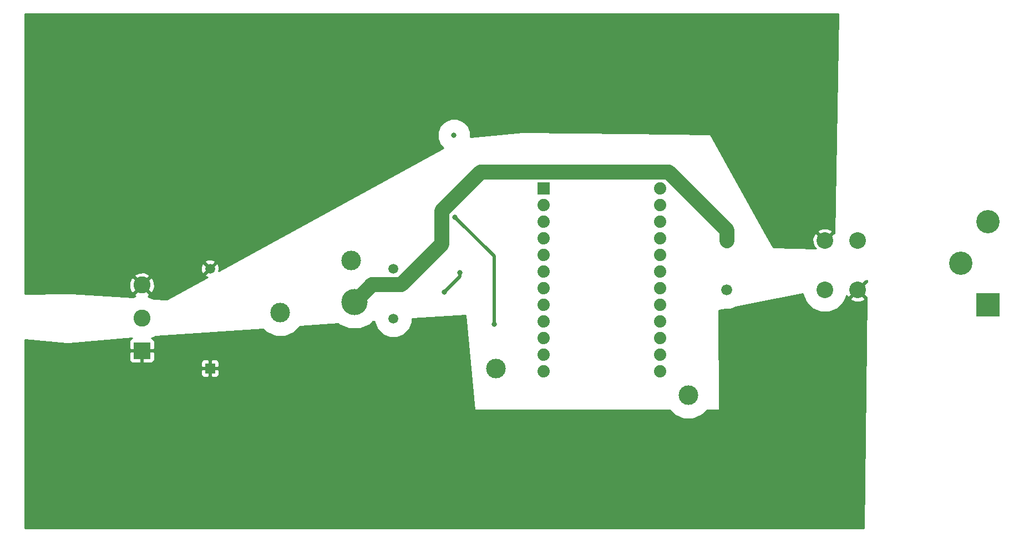
<source format=gbr>
G04 #@! TF.GenerationSoftware,KiCad,Pcbnew,5.0.2-bee76a0~70~ubuntu18.04.1*
G04 #@! TF.CreationDate,2019-04-07T15:27:48-07:00*
G04 #@! TF.ProjectId,smartplug,736d6172-7470-46c7-9567-2e6b69636164,rev?*
G04 #@! TF.SameCoordinates,Original*
G04 #@! TF.FileFunction,Copper,L2,Bot*
G04 #@! TF.FilePolarity,Positive*
%FSLAX46Y46*%
G04 Gerber Fmt 4.6, Leading zero omitted, Abs format (unit mm)*
G04 Created by KiCad (PCBNEW 5.0.2-bee76a0~70~ubuntu18.04.1) date Sun 07 Apr 2019 03:27:48 PM PDT*
%MOMM*%
%LPD*%
G01*
G04 APERTURE LIST*
G04 #@! TA.AperFunction,ComponentPad*
%ADD10R,2.600000X2.600000*%
G04 #@! TD*
G04 #@! TA.AperFunction,ComponentPad*
%ADD11C,2.600000*%
G04 #@! TD*
G04 #@! TA.AperFunction,ComponentPad*
%ADD12R,3.556000X3.556000*%
G04 #@! TD*
G04 #@! TA.AperFunction,ComponentPad*
%ADD13C,3.556000*%
G04 #@! TD*
G04 #@! TA.AperFunction,ComponentPad*
%ADD14C,1.676400*%
G04 #@! TD*
G04 #@! TA.AperFunction,ComponentPad*
%ADD15C,2.540000*%
G04 #@! TD*
G04 #@! TA.AperFunction,ComponentPad*
%ADD16C,1.508000*%
G04 #@! TD*
G04 #@! TA.AperFunction,ComponentPad*
%ADD17R,1.508000X1.508000*%
G04 #@! TD*
G04 #@! TA.AperFunction,ComponentPad*
%ADD18C,1.879600*%
G04 #@! TD*
G04 #@! TA.AperFunction,ComponentPad*
%ADD19R,1.879600X1.879600*%
G04 #@! TD*
G04 #@! TA.AperFunction,ViaPad*
%ADD20C,3.000000*%
G04 #@! TD*
G04 #@! TA.AperFunction,ViaPad*
%ADD21C,4.000000*%
G04 #@! TD*
G04 #@! TA.AperFunction,ViaPad*
%ADD22C,0.800000*%
G04 #@! TD*
G04 #@! TA.AperFunction,ViaPad*
%ADD23C,5.000000*%
G04 #@! TD*
G04 #@! TA.AperFunction,Conductor*
%ADD24C,2.300000*%
G04 #@! TD*
G04 #@! TA.AperFunction,Conductor*
%ADD25C,0.500000*%
G04 #@! TD*
G04 #@! TA.AperFunction,Conductor*
%ADD26C,0.254000*%
G04 #@! TD*
G04 APERTURE END LIST*
D10*
G04 #@! TO.P,J1,1*
G04 #@! TO.N,/VAC+*
X109000000Y-106650000D03*
D11*
G04 #@! TO.P,J1,2*
G04 #@! TO.N,GND*
X109000000Y-101650000D03*
G04 #@! TO.P,J1,3*
G04 #@! TO.N,/VAC-*
X109000000Y-96650000D03*
G04 #@! TD*
D12*
G04 #@! TO.P,J2,1*
G04 #@! TO.N,Net-(J2-Pad1)*
X238160000Y-99700000D03*
D13*
G04 #@! TO.P,J2,3*
G04 #@! TO.N,Net-(J2-Pad3)*
X238160000Y-87000000D03*
G04 #@! TO.P,J2,2*
G04 #@! TO.N,GND*
X233970000Y-93350000D03*
G04 #@! TD*
D14*
G04 #@! TO.P,K1,1*
G04 #@! TO.N,Net-(K1-Pad1)*
X198250000Y-97350000D03*
G04 #@! TO.P,K1,2*
G04 #@! TO.N,/12VDC*
X198250000Y-89850000D03*
D15*
G04 #@! TO.P,K1,3*
G04 #@! TO.N,/VAC+*
X218250000Y-97350000D03*
G04 #@! TO.P,K1,4*
G04 #@! TO.N,Net-(J2-Pad1)*
X213250000Y-97350000D03*
G04 #@! TO.P,K1,5*
G04 #@! TO.N,/VAC-*
X213250000Y-89850000D03*
G04 #@! TO.P,K1,6*
G04 #@! TO.N,Net-(J2-Pad3)*
X218250000Y-89850000D03*
G04 #@! TD*
D16*
G04 #@! TO.P,U1,2*
G04 #@! TO.N,/VAC-*
X119400000Y-94130000D03*
D17*
G04 #@! TO.P,U1,1*
G04 #@! TO.N,/VAC+*
X119400000Y-109370000D03*
D16*
G04 #@! TO.P,U1,3*
G04 #@! TO.N,GND*
X147400000Y-94130000D03*
G04 #@! TO.P,U1,4*
G04 #@! TO.N,/12VDC*
X147400000Y-101750000D03*
G04 #@! TD*
D18*
G04 #@! TO.P,U3,12*
G04 #@! TO.N,Net-(U3-Pad12)*
X170350000Y-109850000D03*
G04 #@! TO.P,U3,11*
G04 #@! TO.N,Net-(U3-Pad11)*
X170350000Y-107310000D03*
G04 #@! TO.P,U3,10*
G04 #@! TO.N,Net-(U3-Pad10)*
X170350000Y-104770000D03*
G04 #@! TO.P,U3,9*
G04 #@! TO.N,Net-(U3-Pad9)*
X170350000Y-102230000D03*
G04 #@! TO.P,U3,8*
G04 #@! TO.N,Net-(U3-Pad8)*
X170350000Y-99690000D03*
G04 #@! TO.P,U3,7*
G04 #@! TO.N,Net-(U3-Pad7)*
X170350000Y-97150000D03*
G04 #@! TO.P,U3,6*
G04 #@! TO.N,Net-(U3-Pad6)*
X170350000Y-94610000D03*
G04 #@! TO.P,U3,5*
G04 #@! TO.N,Net-(U3-Pad5)*
X170350000Y-92070000D03*
G04 #@! TO.P,U3,4*
G04 #@! TO.N,Net-(U3-Pad4)*
X170350000Y-89530000D03*
G04 #@! TO.P,U3,3*
G04 #@! TO.N,Net-(U3-Pad3)*
X170350000Y-86990000D03*
G04 #@! TO.P,U3,2*
G04 #@! TO.N,GND*
X170350000Y-84450000D03*
D19*
G04 #@! TO.P,U3,1*
G04 #@! TO.N,/5VDC*
X170350000Y-81910000D03*
D18*
G04 #@! TO.P,U3,13*
G04 #@! TO.N,Net-(U3-Pad13)*
X188130000Y-109850000D03*
G04 #@! TO.P,U3,14*
G04 #@! TO.N,Net-(U3-Pad14)*
X188130000Y-107310000D03*
G04 #@! TO.P,U3,15*
G04 #@! TO.N,Net-(U3-Pad15)*
X188130000Y-104770000D03*
G04 #@! TO.P,U3,16*
G04 #@! TO.N,Net-(U3-Pad16)*
X188130000Y-102230000D03*
G04 #@! TO.P,U3,17*
G04 #@! TO.N,Net-(U3-Pad17)*
X188130000Y-99690000D03*
G04 #@! TO.P,U3,18*
G04 #@! TO.N,Net-(U3-Pad18)*
X188130000Y-97150000D03*
G04 #@! TO.P,U3,19*
G04 #@! TO.N,Net-(U3-Pad19)*
X188130000Y-94610000D03*
G04 #@! TO.P,U3,20*
G04 #@! TO.N,Net-(D2-Pad2)*
X188130000Y-92070000D03*
G04 #@! TO.P,U3,21*
G04 #@! TO.N,N/C*
X188130000Y-89530000D03*
G04 #@! TO.P,U3,22*
G04 #@! TO.N,Net-(U3-Pad22)*
X188130000Y-86990000D03*
G04 #@! TO.P,U3,23*
G04 #@! TO.N,Net-(U3-Pad23)*
X188130000Y-84450000D03*
G04 #@! TO.P,U3,24*
G04 #@! TO.N,Net-(U3-Pad24)*
X188130000Y-81910000D03*
G04 #@! TD*
D20*
G04 #@! TO.N,GND*
X130150000Y-100850000D03*
X140950000Y-92850000D03*
X163050000Y-109400000D03*
X192400000Y-113450000D03*
D21*
G04 #@! TO.N,/12VDC*
X141450000Y-99200000D03*
D22*
G04 #@! TO.N,Net-(C2-Pad2)*
X155150000Y-97700000D03*
X157500000Y-94750000D03*
G04 #@! TO.N,/5VDC*
X162750000Y-102600000D03*
X156800000Y-86250000D03*
X156650000Y-73750000D03*
D23*
G04 #@! TO.N,/VAC-*
X95900000Y-91700000D03*
G04 #@! TO.N,/VAC+*
X95750000Y-110550000D03*
G04 #@! TD*
D24*
G04 #@! TO.N,/12VDC*
X198250000Y-88197094D02*
X198250000Y-88664607D01*
X189373105Y-79320199D02*
X198250000Y-88197094D01*
X160695799Y-79320199D02*
X189373105Y-79320199D01*
X198250000Y-88664607D02*
X198250000Y-89850000D01*
X154749999Y-85265999D02*
X160695799Y-79320199D01*
X154749999Y-90337923D02*
X154749999Y-85265999D01*
X148553921Y-96534001D02*
X154749999Y-90337923D01*
X144115999Y-96534001D02*
X148553921Y-96534001D01*
X141450000Y-99200000D02*
X144115999Y-96534001D01*
D25*
G04 #@! TO.N,Net-(C2-Pad2)*
X157500000Y-95350000D02*
X155150000Y-97700000D01*
X157500000Y-94750000D02*
X157500000Y-95350000D01*
G04 #@! TO.N,/5VDC*
X162750000Y-92200000D02*
X156800000Y-86250000D01*
X162750000Y-102600000D02*
X162750000Y-92200000D01*
G04 #@! TD*
D26*
G04 #@! TO.N,/VAC-*
G36*
X214712824Y-88733208D02*
X214597777Y-88681828D01*
X213429605Y-89850000D01*
X213443748Y-89864143D01*
X213264143Y-90043748D01*
X213250000Y-90029605D01*
X213235858Y-90043748D01*
X213056253Y-89864143D01*
X213070395Y-89850000D01*
X211902223Y-88681828D01*
X211607343Y-88813520D01*
X211335739Y-89521036D01*
X211355564Y-90278632D01*
X211607343Y-90886480D01*
X211887639Y-91011659D01*
X205375637Y-90874564D01*
X204059194Y-88502223D01*
X212081828Y-88502223D01*
X213250000Y-89670395D01*
X214418172Y-88502223D01*
X214286480Y-88207343D01*
X213578964Y-87935739D01*
X212821368Y-87955564D01*
X212213520Y-88207343D01*
X212081828Y-88502223D01*
X204059194Y-88502223D01*
X195811048Y-73638378D01*
X195779013Y-73600572D01*
X195734950Y-73577904D01*
X195702048Y-73573017D01*
X183302048Y-73373017D01*
X183300784Y-73373002D01*
X167100784Y-73273002D01*
X167088038Y-73273565D01*
X159177000Y-74022056D01*
X159177000Y-73247348D01*
X158792287Y-72318569D01*
X158081431Y-71607713D01*
X157152652Y-71223000D01*
X156147348Y-71223000D01*
X155218569Y-71607713D01*
X154507713Y-72318569D01*
X154123000Y-73247348D01*
X154123000Y-74252652D01*
X154507713Y-75181431D01*
X155022382Y-75696100D01*
X120743118Y-94498800D01*
X120801181Y-94335786D01*
X120773273Y-93783912D01*
X120615772Y-93403671D01*
X120374416Y-93335189D01*
X119579605Y-94130000D01*
X119593748Y-94144143D01*
X119414143Y-94323748D01*
X119400000Y-94309605D01*
X118605189Y-95104416D01*
X118673671Y-95345772D01*
X118992176Y-95459218D01*
X112852803Y-98826758D01*
X110817085Y-98693304D01*
X109982102Y-98347442D01*
X110054496Y-98317455D01*
X110189854Y-98019459D01*
X109000000Y-96829605D01*
X107810146Y-98019459D01*
X107945504Y-98317455D01*
X108020540Y-98346348D01*
X107679493Y-98487614D01*
X98308308Y-97873272D01*
X98294991Y-97873099D01*
X97346666Y-97910533D01*
X91202000Y-97992462D01*
X91202000Y-96313880D01*
X107055934Y-96313880D01*
X107075290Y-97083427D01*
X107332545Y-97704496D01*
X107630541Y-97839854D01*
X108820395Y-96650000D01*
X109179605Y-96650000D01*
X110369459Y-97839854D01*
X110667455Y-97704496D01*
X110944066Y-96986120D01*
X110924710Y-96216573D01*
X110667455Y-95595504D01*
X110369459Y-95460146D01*
X109179605Y-96650000D01*
X108820395Y-96650000D01*
X107630541Y-95460146D01*
X107332545Y-95595504D01*
X107055934Y-96313880D01*
X91202000Y-96313880D01*
X91202000Y-95280541D01*
X107810146Y-95280541D01*
X109000000Y-96470395D01*
X110189854Y-95280541D01*
X110054496Y-94982545D01*
X109336120Y-94705934D01*
X108566573Y-94725290D01*
X107945504Y-94982545D01*
X107810146Y-95280541D01*
X91202000Y-95280541D01*
X91202000Y-93924214D01*
X117998819Y-93924214D01*
X118026727Y-94476088D01*
X118184228Y-94856329D01*
X118425584Y-94924811D01*
X119220395Y-94130000D01*
X118425584Y-93335189D01*
X118184228Y-93403671D01*
X117998819Y-93924214D01*
X91202000Y-93924214D01*
X91202000Y-93155584D01*
X118605189Y-93155584D01*
X119400000Y-93950395D01*
X120194811Y-93155584D01*
X120126329Y-92914228D01*
X119605786Y-92728819D01*
X119053912Y-92756727D01*
X118673671Y-92914228D01*
X118605189Y-93155584D01*
X91202000Y-93155584D01*
X91202000Y-55202000D01*
X215254378Y-55202000D01*
X214712824Y-88733208D01*
X214712824Y-88733208D01*
G37*
X214712824Y-88733208D02*
X214597777Y-88681828D01*
X213429605Y-89850000D01*
X213443748Y-89864143D01*
X213264143Y-90043748D01*
X213250000Y-90029605D01*
X213235858Y-90043748D01*
X213056253Y-89864143D01*
X213070395Y-89850000D01*
X211902223Y-88681828D01*
X211607343Y-88813520D01*
X211335739Y-89521036D01*
X211355564Y-90278632D01*
X211607343Y-90886480D01*
X211887639Y-91011659D01*
X205375637Y-90874564D01*
X204059194Y-88502223D01*
X212081828Y-88502223D01*
X213250000Y-89670395D01*
X214418172Y-88502223D01*
X214286480Y-88207343D01*
X213578964Y-87935739D01*
X212821368Y-87955564D01*
X212213520Y-88207343D01*
X212081828Y-88502223D01*
X204059194Y-88502223D01*
X195811048Y-73638378D01*
X195779013Y-73600572D01*
X195734950Y-73577904D01*
X195702048Y-73573017D01*
X183302048Y-73373017D01*
X183300784Y-73373002D01*
X167100784Y-73273002D01*
X167088038Y-73273565D01*
X159177000Y-74022056D01*
X159177000Y-73247348D01*
X158792287Y-72318569D01*
X158081431Y-71607713D01*
X157152652Y-71223000D01*
X156147348Y-71223000D01*
X155218569Y-71607713D01*
X154507713Y-72318569D01*
X154123000Y-73247348D01*
X154123000Y-74252652D01*
X154507713Y-75181431D01*
X155022382Y-75696100D01*
X120743118Y-94498800D01*
X120801181Y-94335786D01*
X120773273Y-93783912D01*
X120615772Y-93403671D01*
X120374416Y-93335189D01*
X119579605Y-94130000D01*
X119593748Y-94144143D01*
X119414143Y-94323748D01*
X119400000Y-94309605D01*
X118605189Y-95104416D01*
X118673671Y-95345772D01*
X118992176Y-95459218D01*
X112852803Y-98826758D01*
X110817085Y-98693304D01*
X109982102Y-98347442D01*
X110054496Y-98317455D01*
X110189854Y-98019459D01*
X109000000Y-96829605D01*
X107810146Y-98019459D01*
X107945504Y-98317455D01*
X108020540Y-98346348D01*
X107679493Y-98487614D01*
X98308308Y-97873272D01*
X98294991Y-97873099D01*
X97346666Y-97910533D01*
X91202000Y-97992462D01*
X91202000Y-96313880D01*
X107055934Y-96313880D01*
X107075290Y-97083427D01*
X107332545Y-97704496D01*
X107630541Y-97839854D01*
X108820395Y-96650000D01*
X109179605Y-96650000D01*
X110369459Y-97839854D01*
X110667455Y-97704496D01*
X110944066Y-96986120D01*
X110924710Y-96216573D01*
X110667455Y-95595504D01*
X110369459Y-95460146D01*
X109179605Y-96650000D01*
X108820395Y-96650000D01*
X107630541Y-95460146D01*
X107332545Y-95595504D01*
X107055934Y-96313880D01*
X91202000Y-96313880D01*
X91202000Y-95280541D01*
X107810146Y-95280541D01*
X109000000Y-96470395D01*
X110189854Y-95280541D01*
X110054496Y-94982545D01*
X109336120Y-94705934D01*
X108566573Y-94725290D01*
X107945504Y-94982545D01*
X107810146Y-95280541D01*
X91202000Y-95280541D01*
X91202000Y-93924214D01*
X117998819Y-93924214D01*
X118026727Y-94476088D01*
X118184228Y-94856329D01*
X118425584Y-94924811D01*
X119220395Y-94130000D01*
X118425584Y-93335189D01*
X118184228Y-93403671D01*
X117998819Y-93924214D01*
X91202000Y-93924214D01*
X91202000Y-93155584D01*
X118605189Y-93155584D01*
X119400000Y-93950395D01*
X120194811Y-93155584D01*
X120126329Y-92914228D01*
X119605786Y-92728819D01*
X119053912Y-92756727D01*
X118673671Y-92914228D01*
X118605189Y-93155584D01*
X91202000Y-93155584D01*
X91202000Y-55202000D01*
X215254378Y-55202000D01*
X214712824Y-88733208D01*
G04 #@! TO.N,/VAC+*
G36*
X219667986Y-96213183D02*
X219597777Y-96181828D01*
X218429605Y-97350000D01*
X219597777Y-98518172D01*
X219640298Y-98499182D01*
X219212766Y-133798000D01*
X91202000Y-133798000D01*
X91202000Y-109655750D01*
X118011000Y-109655750D01*
X118011000Y-110250310D01*
X118107673Y-110483699D01*
X118286302Y-110662327D01*
X118519691Y-110759000D01*
X119114250Y-110759000D01*
X119273000Y-110600250D01*
X119273000Y-109497000D01*
X119527000Y-109497000D01*
X119527000Y-110600250D01*
X119685750Y-110759000D01*
X120280309Y-110759000D01*
X120513698Y-110662327D01*
X120692327Y-110483699D01*
X120789000Y-110250310D01*
X120789000Y-109655750D01*
X120630250Y-109497000D01*
X119527000Y-109497000D01*
X119273000Y-109497000D01*
X118169750Y-109497000D01*
X118011000Y-109655750D01*
X91202000Y-109655750D01*
X91202000Y-106935750D01*
X107065000Y-106935750D01*
X107065000Y-108076309D01*
X107161673Y-108309698D01*
X107340301Y-108488327D01*
X107573690Y-108585000D01*
X108714250Y-108585000D01*
X108873000Y-108426250D01*
X108873000Y-106777000D01*
X109127000Y-106777000D01*
X109127000Y-108426250D01*
X109285750Y-108585000D01*
X110426310Y-108585000D01*
X110656408Y-108489690D01*
X118011000Y-108489690D01*
X118011000Y-109084250D01*
X118169750Y-109243000D01*
X119273000Y-109243000D01*
X119273000Y-108139750D01*
X119527000Y-108139750D01*
X119527000Y-109243000D01*
X120630250Y-109243000D01*
X120789000Y-109084250D01*
X120789000Y-108489690D01*
X120692327Y-108256301D01*
X120513698Y-108077673D01*
X120280309Y-107981000D01*
X119685750Y-107981000D01*
X119527000Y-108139750D01*
X119273000Y-108139750D01*
X119114250Y-107981000D01*
X118519691Y-107981000D01*
X118286302Y-108077673D01*
X118107673Y-108256301D01*
X118011000Y-108489690D01*
X110656408Y-108489690D01*
X110659699Y-108488327D01*
X110838327Y-108309698D01*
X110935000Y-108076309D01*
X110935000Y-106935750D01*
X110776250Y-106777000D01*
X109127000Y-106777000D01*
X108873000Y-106777000D01*
X107223750Y-106777000D01*
X107065000Y-106935750D01*
X91202000Y-106935750D01*
X91202000Y-104992239D01*
X97487252Y-105626359D01*
X97520879Y-105625272D01*
X97815859Y-105576109D01*
X107484642Y-104751885D01*
X107340301Y-104811673D01*
X107161673Y-104990302D01*
X107065000Y-105223691D01*
X107065000Y-106364250D01*
X107223750Y-106523000D01*
X108873000Y-106523000D01*
X108873000Y-106503000D01*
X109127000Y-106503000D01*
X109127000Y-106523000D01*
X110776250Y-106523000D01*
X110935000Y-106364250D01*
X110935000Y-105223691D01*
X110838327Y-104990302D01*
X110659699Y-104811673D01*
X110490964Y-104741781D01*
X110941240Y-104555270D01*
X111019941Y-104476569D01*
X127525750Y-103355102D01*
X128095470Y-103924822D01*
X129428545Y-104477000D01*
X130871455Y-104477000D01*
X132204530Y-103924822D01*
X133156848Y-102972504D01*
X138989736Y-102576196D01*
X139112242Y-102698702D01*
X140629089Y-103327000D01*
X142270911Y-103327000D01*
X143787758Y-102698702D01*
X144268954Y-102217506D01*
X144519000Y-102200517D01*
X144519000Y-102323067D01*
X144957606Y-103381955D01*
X145768045Y-104192394D01*
X146826933Y-104631000D01*
X147973067Y-104631000D01*
X149031955Y-104192394D01*
X149842394Y-103381955D01*
X150281000Y-102323067D01*
X150281000Y-101809025D01*
X158360145Y-101260097D01*
X159711058Y-115624391D01*
X159725233Y-115671874D01*
X159756500Y-115710317D01*
X159800099Y-115733868D01*
X159837577Y-115739500D01*
X189542082Y-115721434D01*
X190345470Y-116524822D01*
X191678545Y-117077000D01*
X193121455Y-117077000D01*
X194454530Y-116524822D01*
X195261397Y-115717955D01*
X197065152Y-115716858D01*
X197113747Y-115707161D01*
X197154932Y-115679606D01*
X197182437Y-115638387D01*
X197192070Y-115588769D01*
X197062819Y-100513911D01*
X198048373Y-100315200D01*
X198839815Y-100315200D01*
X199590432Y-100004284D01*
X209853000Y-97935107D01*
X209853000Y-98025705D01*
X210370163Y-99274246D01*
X211325754Y-100229837D01*
X212574295Y-100747000D01*
X213925705Y-100747000D01*
X215174246Y-100229837D01*
X216129837Y-99274246D01*
X216368618Y-98697777D01*
X217081828Y-98697777D01*
X217213520Y-98992657D01*
X217921036Y-99264261D01*
X218678632Y-99244436D01*
X219286480Y-98992657D01*
X219418172Y-98697777D01*
X218250000Y-97529605D01*
X217081828Y-98697777D01*
X216368618Y-98697777D01*
X216552453Y-98253963D01*
X216607343Y-98386480D01*
X216902223Y-98518172D01*
X218070395Y-97350000D01*
X218056253Y-97335858D01*
X218235858Y-97156253D01*
X218250000Y-97170395D01*
X219412763Y-96007632D01*
X219671106Y-95955544D01*
X219667986Y-96213183D01*
X219667986Y-96213183D01*
G37*
X219667986Y-96213183D02*
X219597777Y-96181828D01*
X218429605Y-97350000D01*
X219597777Y-98518172D01*
X219640298Y-98499182D01*
X219212766Y-133798000D01*
X91202000Y-133798000D01*
X91202000Y-109655750D01*
X118011000Y-109655750D01*
X118011000Y-110250310D01*
X118107673Y-110483699D01*
X118286302Y-110662327D01*
X118519691Y-110759000D01*
X119114250Y-110759000D01*
X119273000Y-110600250D01*
X119273000Y-109497000D01*
X119527000Y-109497000D01*
X119527000Y-110600250D01*
X119685750Y-110759000D01*
X120280309Y-110759000D01*
X120513698Y-110662327D01*
X120692327Y-110483699D01*
X120789000Y-110250310D01*
X120789000Y-109655750D01*
X120630250Y-109497000D01*
X119527000Y-109497000D01*
X119273000Y-109497000D01*
X118169750Y-109497000D01*
X118011000Y-109655750D01*
X91202000Y-109655750D01*
X91202000Y-106935750D01*
X107065000Y-106935750D01*
X107065000Y-108076309D01*
X107161673Y-108309698D01*
X107340301Y-108488327D01*
X107573690Y-108585000D01*
X108714250Y-108585000D01*
X108873000Y-108426250D01*
X108873000Y-106777000D01*
X109127000Y-106777000D01*
X109127000Y-108426250D01*
X109285750Y-108585000D01*
X110426310Y-108585000D01*
X110656408Y-108489690D01*
X118011000Y-108489690D01*
X118011000Y-109084250D01*
X118169750Y-109243000D01*
X119273000Y-109243000D01*
X119273000Y-108139750D01*
X119527000Y-108139750D01*
X119527000Y-109243000D01*
X120630250Y-109243000D01*
X120789000Y-109084250D01*
X120789000Y-108489690D01*
X120692327Y-108256301D01*
X120513698Y-108077673D01*
X120280309Y-107981000D01*
X119685750Y-107981000D01*
X119527000Y-108139750D01*
X119273000Y-108139750D01*
X119114250Y-107981000D01*
X118519691Y-107981000D01*
X118286302Y-108077673D01*
X118107673Y-108256301D01*
X118011000Y-108489690D01*
X110656408Y-108489690D01*
X110659699Y-108488327D01*
X110838327Y-108309698D01*
X110935000Y-108076309D01*
X110935000Y-106935750D01*
X110776250Y-106777000D01*
X109127000Y-106777000D01*
X108873000Y-106777000D01*
X107223750Y-106777000D01*
X107065000Y-106935750D01*
X91202000Y-106935750D01*
X91202000Y-104992239D01*
X97487252Y-105626359D01*
X97520879Y-105625272D01*
X97815859Y-105576109D01*
X107484642Y-104751885D01*
X107340301Y-104811673D01*
X107161673Y-104990302D01*
X107065000Y-105223691D01*
X107065000Y-106364250D01*
X107223750Y-106523000D01*
X108873000Y-106523000D01*
X108873000Y-106503000D01*
X109127000Y-106503000D01*
X109127000Y-106523000D01*
X110776250Y-106523000D01*
X110935000Y-106364250D01*
X110935000Y-105223691D01*
X110838327Y-104990302D01*
X110659699Y-104811673D01*
X110490964Y-104741781D01*
X110941240Y-104555270D01*
X111019941Y-104476569D01*
X127525750Y-103355102D01*
X128095470Y-103924822D01*
X129428545Y-104477000D01*
X130871455Y-104477000D01*
X132204530Y-103924822D01*
X133156848Y-102972504D01*
X138989736Y-102576196D01*
X139112242Y-102698702D01*
X140629089Y-103327000D01*
X142270911Y-103327000D01*
X143787758Y-102698702D01*
X144268954Y-102217506D01*
X144519000Y-102200517D01*
X144519000Y-102323067D01*
X144957606Y-103381955D01*
X145768045Y-104192394D01*
X146826933Y-104631000D01*
X147973067Y-104631000D01*
X149031955Y-104192394D01*
X149842394Y-103381955D01*
X150281000Y-102323067D01*
X150281000Y-101809025D01*
X158360145Y-101260097D01*
X159711058Y-115624391D01*
X159725233Y-115671874D01*
X159756500Y-115710317D01*
X159800099Y-115733868D01*
X159837577Y-115739500D01*
X189542082Y-115721434D01*
X190345470Y-116524822D01*
X191678545Y-117077000D01*
X193121455Y-117077000D01*
X194454530Y-116524822D01*
X195261397Y-115717955D01*
X197065152Y-115716858D01*
X197113747Y-115707161D01*
X197154932Y-115679606D01*
X197182437Y-115638387D01*
X197192070Y-115588769D01*
X197062819Y-100513911D01*
X198048373Y-100315200D01*
X198839815Y-100315200D01*
X199590432Y-100004284D01*
X209853000Y-97935107D01*
X209853000Y-98025705D01*
X210370163Y-99274246D01*
X211325754Y-100229837D01*
X212574295Y-100747000D01*
X213925705Y-100747000D01*
X215174246Y-100229837D01*
X216129837Y-99274246D01*
X216368618Y-98697777D01*
X217081828Y-98697777D01*
X217213520Y-98992657D01*
X217921036Y-99264261D01*
X218678632Y-99244436D01*
X219286480Y-98992657D01*
X219418172Y-98697777D01*
X218250000Y-97529605D01*
X217081828Y-98697777D01*
X216368618Y-98697777D01*
X216552453Y-98253963D01*
X216607343Y-98386480D01*
X216902223Y-98518172D01*
X218070395Y-97350000D01*
X218056253Y-97335858D01*
X218235858Y-97156253D01*
X218250000Y-97170395D01*
X219412763Y-96007632D01*
X219671106Y-95955544D01*
X219667986Y-96213183D01*
G04 #@! TD*
M02*

</source>
